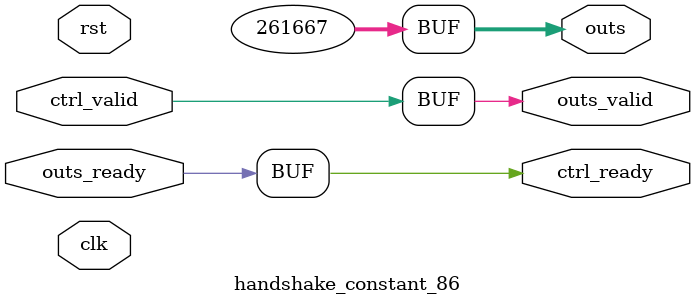
<source format=v>
`timescale 1ns / 1ps
module handshake_constant_86 #(
  parameter DATA_WIDTH = 32  // Default set to 32 bits
) (
  input                       clk,
  input                       rst,
  // Input Channel
  input                       ctrl_valid,
  output                      ctrl_ready,
  // Output Channel
  output [DATA_WIDTH - 1 : 0] outs,
  output                      outs_valid,
  input                       outs_ready
);
  assign outs       = 18'b111111111000100011;
  assign outs_valid = ctrl_valid;
  assign ctrl_ready = outs_ready;

endmodule

</source>
